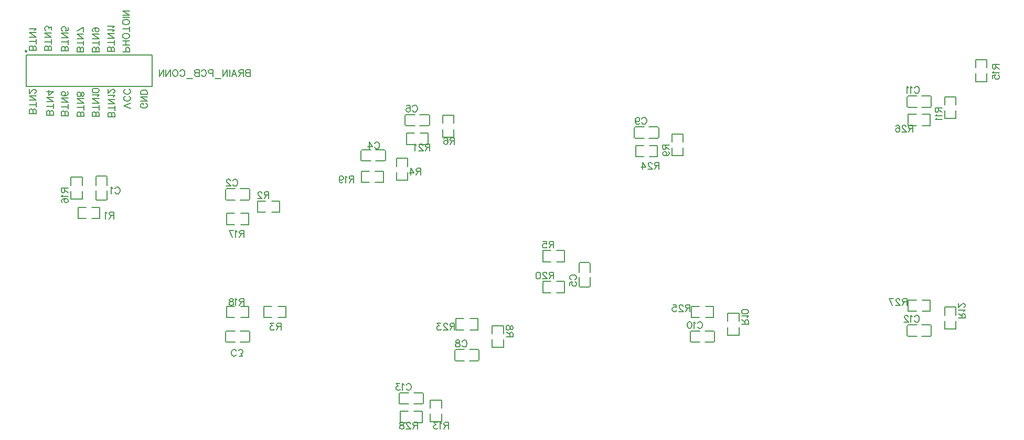
<source format=gbo>
G04 Layer: BottomSilkscreenLayer*
G04 EasyEDA v6.5.38, 2023-12-04 19:03:53*
G04 b5bff3c8101f4f8dbc120533c369a027,9f3f2715377c499da2f37e4e16011465,10*
G04 Gerber Generator version 0.2*
G04 Scale: 100 percent, Rotated: No, Reflected: No *
G04 Dimensions in millimeters *
G04 leading zeros omitted , absolute positions ,4 integer and 5 decimal *
%FSLAX45Y45*%
%MOMM*%

%ADD10C,0.1524*%
%ADD11C,0.2032*%
%ADD12C,0.2540*%

%LPD*%
D10*
X5699988Y9315320D02*
G01*
X5699988Y9206217D01*
X5699988Y9315320D02*
G01*
X5653229Y9315320D01*
X5637644Y9310126D01*
X5632447Y9304929D01*
X5627253Y9294538D01*
X5627253Y9284147D01*
X5632447Y9273755D01*
X5637644Y9268561D01*
X5653229Y9263367D01*
X5699988Y9263367D01*
X5663620Y9263367D02*
G01*
X5627253Y9206217D01*
X5592963Y9294538D02*
G01*
X5582572Y9299735D01*
X5566984Y9315320D01*
X5566984Y9206217D01*
X5459958Y9315320D02*
G01*
X5511914Y9206217D01*
X5532694Y9315320D02*
G01*
X5459958Y9315320D01*
X2346012Y12226607D02*
G01*
X2236909Y12226607D01*
X2346012Y12226607D02*
G01*
X2346012Y12273366D01*
X2340818Y12288951D01*
X2335621Y12294148D01*
X2325230Y12299342D01*
X2314839Y12299342D01*
X2304448Y12294148D01*
X2299253Y12288951D01*
X2294059Y12273366D01*
X2294059Y12226607D02*
G01*
X2294059Y12273366D01*
X2288862Y12288951D01*
X2283668Y12294148D01*
X2273277Y12299342D01*
X2257689Y12299342D01*
X2247298Y12294148D01*
X2242103Y12288951D01*
X2236909Y12273366D01*
X2236909Y12226607D01*
X2346012Y12370003D02*
G01*
X2236909Y12370003D01*
X2346012Y12333632D02*
G01*
X2346012Y12406370D01*
X2346012Y12440660D02*
G01*
X2236909Y12440660D01*
X2346012Y12440660D02*
G01*
X2236909Y12513396D01*
X2346012Y12513396D02*
G01*
X2236909Y12513396D01*
X2325230Y12547686D02*
G01*
X2330427Y12558077D01*
X2346012Y12573662D01*
X2236909Y12573662D01*
X2593883Y12224575D02*
G01*
X2484780Y12224575D01*
X2593883Y12224575D02*
G01*
X2593883Y12271334D01*
X2588689Y12286919D01*
X2583492Y12292116D01*
X2573101Y12297310D01*
X2562710Y12297310D01*
X2552318Y12292116D01*
X2547124Y12286919D01*
X2541930Y12271334D01*
X2541930Y12224575D02*
G01*
X2541930Y12271334D01*
X2536733Y12286919D01*
X2531539Y12292116D01*
X2521148Y12297310D01*
X2505560Y12297310D01*
X2495168Y12292116D01*
X2489974Y12286919D01*
X2484780Y12271334D01*
X2484780Y12224575D01*
X2593883Y12367971D02*
G01*
X2484780Y12367971D01*
X2593883Y12331600D02*
G01*
X2593883Y12404338D01*
X2593883Y12438628D02*
G01*
X2484780Y12438628D01*
X2593883Y12438628D02*
G01*
X2484780Y12511364D01*
X2593883Y12511364D02*
G01*
X2484780Y12511364D01*
X2593883Y12556045D02*
G01*
X2593883Y12613195D01*
X2552318Y12582022D01*
X2552318Y12597610D01*
X2547124Y12608001D01*
X2541930Y12613195D01*
X2526342Y12618389D01*
X2515951Y12618389D01*
X2500365Y12613195D01*
X2489974Y12602804D01*
X2484780Y12587218D01*
X2484780Y12571630D01*
X2489974Y12556045D01*
X2495168Y12550851D01*
X2505560Y12545654D01*
X2865003Y12217615D02*
G01*
X2755900Y12217615D01*
X2865003Y12217615D02*
G01*
X2865003Y12264374D01*
X2859808Y12279960D01*
X2854612Y12285157D01*
X2844220Y12290351D01*
X2833829Y12290351D01*
X2823438Y12285157D01*
X2818244Y12279960D01*
X2813050Y12264374D01*
X2813050Y12217615D02*
G01*
X2813050Y12264374D01*
X2807853Y12279960D01*
X2802658Y12285157D01*
X2792267Y12290351D01*
X2776679Y12290351D01*
X2766288Y12285157D01*
X2761094Y12279960D01*
X2755900Y12264374D01*
X2755900Y12217615D01*
X2865003Y12361011D02*
G01*
X2755900Y12361011D01*
X2865003Y12324641D02*
G01*
X2865003Y12397379D01*
X2865003Y12431669D02*
G01*
X2755900Y12431669D01*
X2865003Y12431669D02*
G01*
X2755900Y12504404D01*
X2865003Y12504404D02*
G01*
X2755900Y12504404D01*
X2865003Y12601041D02*
G01*
X2865003Y12549085D01*
X2818244Y12543891D01*
X2823438Y12549085D01*
X2828635Y12564671D01*
X2828635Y12580259D01*
X2823438Y12595844D01*
X2813050Y12606235D01*
X2797462Y12611430D01*
X2787070Y12611430D01*
X2771485Y12606235D01*
X2761094Y12595844D01*
X2755900Y12580259D01*
X2755900Y12564671D01*
X2761094Y12549085D01*
X2766288Y12543891D01*
X2776679Y12538694D01*
X3114014Y12204067D02*
G01*
X3004911Y12204067D01*
X3114014Y12204067D02*
G01*
X3114014Y12250826D01*
X3108820Y12266411D01*
X3103623Y12271608D01*
X3093232Y12276802D01*
X3082841Y12276802D01*
X3072450Y12271608D01*
X3067255Y12266411D01*
X3062061Y12250826D01*
X3062061Y12204067D02*
G01*
X3062061Y12250826D01*
X3056864Y12266411D01*
X3051670Y12271608D01*
X3041279Y12276802D01*
X3025691Y12276802D01*
X3015300Y12271608D01*
X3010105Y12266411D01*
X3004911Y12250826D01*
X3004911Y12204067D01*
X3114014Y12347463D02*
G01*
X3004911Y12347463D01*
X3114014Y12311092D02*
G01*
X3114014Y12383830D01*
X3114014Y12418120D02*
G01*
X3004911Y12418120D01*
X3114014Y12418120D02*
G01*
X3004911Y12490856D01*
X3114014Y12490856D02*
G01*
X3004911Y12490856D01*
X3114014Y12597881D02*
G01*
X3004911Y12545928D01*
X3114014Y12525146D02*
G01*
X3114014Y12597881D01*
X3364814Y12204070D02*
G01*
X3255711Y12204070D01*
X3364814Y12204070D02*
G01*
X3364814Y12250828D01*
X3359619Y12266414D01*
X3354423Y12271611D01*
X3344031Y12276805D01*
X3333640Y12276805D01*
X3323249Y12271611D01*
X3318055Y12266414D01*
X3312861Y12250828D01*
X3312861Y12204070D02*
G01*
X3312861Y12250828D01*
X3307664Y12266414D01*
X3302469Y12271611D01*
X3292078Y12276805D01*
X3276490Y12276805D01*
X3266099Y12271611D01*
X3260905Y12266414D01*
X3255711Y12250828D01*
X3255711Y12204070D01*
X3364814Y12347465D02*
G01*
X3255711Y12347465D01*
X3364814Y12311095D02*
G01*
X3364814Y12383833D01*
X3364814Y12418123D02*
G01*
X3255711Y12418123D01*
X3364814Y12418123D02*
G01*
X3255711Y12490858D01*
X3364814Y12490858D02*
G01*
X3255711Y12490858D01*
X3328446Y12592690D02*
G01*
X3312861Y12587495D01*
X3302469Y12577104D01*
X3297273Y12561516D01*
X3297273Y12556322D01*
X3302469Y12540734D01*
X3312861Y12530345D01*
X3328446Y12525148D01*
X3333640Y12525148D01*
X3349228Y12530345D01*
X3359619Y12540734D01*
X3364814Y12556322D01*
X3364814Y12561516D01*
X3359619Y12577104D01*
X3349228Y12587495D01*
X3328446Y12592690D01*
X3302469Y12592690D01*
X3276490Y12587495D01*
X3260905Y12577104D01*
X3255711Y12561516D01*
X3255711Y12551125D01*
X3260905Y12535540D01*
X3271296Y12530345D01*
X3607424Y12209241D02*
G01*
X3498321Y12209241D01*
X3607424Y12209241D02*
G01*
X3607424Y12256000D01*
X3602230Y12271585D01*
X3597033Y12276782D01*
X3586642Y12281976D01*
X3576251Y12281976D01*
X3565860Y12276782D01*
X3560665Y12271585D01*
X3555471Y12256000D01*
X3555471Y12209241D02*
G01*
X3555471Y12256000D01*
X3550274Y12271585D01*
X3545080Y12276782D01*
X3534689Y12281976D01*
X3519101Y12281976D01*
X3508710Y12276782D01*
X3503515Y12271585D01*
X3498321Y12256000D01*
X3498321Y12209241D01*
X3607424Y12352637D02*
G01*
X3498321Y12352637D01*
X3607424Y12316266D02*
G01*
X3607424Y12389004D01*
X3607424Y12423294D02*
G01*
X3498321Y12423294D01*
X3607424Y12423294D02*
G01*
X3498321Y12496030D01*
X3607424Y12496030D02*
G01*
X3498321Y12496030D01*
X3586642Y12530320D02*
G01*
X3591839Y12540711D01*
X3607424Y12556296D01*
X3498321Y12556296D01*
X3586642Y12590586D02*
G01*
X3591839Y12600978D01*
X3607424Y12616566D01*
X3498321Y12616566D01*
X3851267Y12204070D02*
G01*
X3742164Y12204070D01*
X3851267Y12204070D02*
G01*
X3851267Y12250828D01*
X3846073Y12266414D01*
X3840876Y12271611D01*
X3830485Y12276805D01*
X3814899Y12276805D01*
X3804508Y12271611D01*
X3799314Y12266414D01*
X3794117Y12250828D01*
X3794117Y12204070D01*
X3851267Y12311095D02*
G01*
X3742164Y12311095D01*
X3851267Y12383833D02*
G01*
X3742164Y12383833D01*
X3799314Y12311095D02*
G01*
X3799314Y12383833D01*
X3851267Y12449294D02*
G01*
X3846073Y12438905D01*
X3835681Y12428514D01*
X3825290Y12423317D01*
X3809702Y12418123D01*
X3783726Y12418123D01*
X3768140Y12423317D01*
X3757749Y12428514D01*
X3747358Y12438905D01*
X3742164Y12449294D01*
X3742164Y12470076D01*
X3747358Y12480467D01*
X3757749Y12490858D01*
X3768140Y12496055D01*
X3783726Y12501250D01*
X3809702Y12501250D01*
X3825290Y12496055D01*
X3835681Y12490858D01*
X3846073Y12480467D01*
X3851267Y12470076D01*
X3851267Y12449294D01*
X3851267Y12571907D02*
G01*
X3742164Y12571907D01*
X3851267Y12535540D02*
G01*
X3851267Y12608275D01*
X3851267Y12673738D02*
G01*
X3846073Y12663347D01*
X3835681Y12652956D01*
X3825290Y12647762D01*
X3809702Y12642565D01*
X3783726Y12642565D01*
X3768140Y12647762D01*
X3757749Y12652956D01*
X3747358Y12663347D01*
X3742164Y12673738D01*
X3742164Y12694521D01*
X3747358Y12704912D01*
X3757749Y12715303D01*
X3768140Y12720497D01*
X3783726Y12725694D01*
X3809702Y12725694D01*
X3825290Y12720497D01*
X3835681Y12715303D01*
X3846073Y12704912D01*
X3851267Y12694521D01*
X3851267Y12673738D01*
X3851267Y12759984D02*
G01*
X3742164Y12759984D01*
X3851267Y12794274D02*
G01*
X3742164Y12794274D01*
X3851267Y12794274D02*
G01*
X3742164Y12867010D01*
X3851267Y12867010D02*
G01*
X3742164Y12867010D01*
X2345339Y11207925D02*
G01*
X2236236Y11207925D01*
X2345339Y11207925D02*
G01*
X2345339Y11254684D01*
X2340145Y11270269D01*
X2334948Y11275466D01*
X2324557Y11280660D01*
X2314166Y11280660D01*
X2303774Y11275466D01*
X2298580Y11270269D01*
X2293386Y11254684D01*
X2293386Y11207925D02*
G01*
X2293386Y11254684D01*
X2288189Y11270269D01*
X2282995Y11275466D01*
X2272604Y11280660D01*
X2257016Y11280660D01*
X2246624Y11275466D01*
X2241430Y11270269D01*
X2236236Y11254684D01*
X2236236Y11207925D01*
X2345339Y11351320D02*
G01*
X2236236Y11351320D01*
X2345339Y11314950D02*
G01*
X2345339Y11387688D01*
X2345339Y11421978D02*
G01*
X2236236Y11421978D01*
X2345339Y11421978D02*
G01*
X2236236Y11494714D01*
X2345339Y11494714D02*
G01*
X2236236Y11494714D01*
X2319362Y11534200D02*
G01*
X2324557Y11534200D01*
X2334948Y11539395D01*
X2340145Y11544589D01*
X2345339Y11554980D01*
X2345339Y11575762D01*
X2340145Y11586154D01*
X2334948Y11591350D01*
X2324557Y11596545D01*
X2314166Y11596545D01*
X2303774Y11591350D01*
X2288189Y11580959D01*
X2236236Y11529004D01*
X2236236Y11601739D01*
X2624274Y11182433D02*
G01*
X2515171Y11182433D01*
X2624274Y11182433D02*
G01*
X2624274Y11229192D01*
X2619080Y11244778D01*
X2613883Y11249974D01*
X2603492Y11255169D01*
X2593101Y11255169D01*
X2582710Y11249974D01*
X2577515Y11244778D01*
X2572321Y11229192D01*
X2572321Y11182433D02*
G01*
X2572321Y11229192D01*
X2567124Y11244778D01*
X2561930Y11249974D01*
X2551539Y11255169D01*
X2535951Y11255169D01*
X2525560Y11249974D01*
X2520365Y11244778D01*
X2515171Y11229192D01*
X2515171Y11182433D01*
X2624274Y11325829D02*
G01*
X2515171Y11325829D01*
X2624274Y11289459D02*
G01*
X2624274Y11362197D01*
X2624274Y11396487D02*
G01*
X2515171Y11396487D01*
X2624274Y11396487D02*
G01*
X2515171Y11469222D01*
X2624274Y11469222D02*
G01*
X2515171Y11469222D01*
X2624274Y11555468D02*
G01*
X2551539Y11503512D01*
X2551539Y11581444D01*
X2624274Y11555468D02*
G01*
X2515171Y11555468D01*
X2862747Y11173495D02*
G01*
X2753644Y11173495D01*
X2862747Y11173495D02*
G01*
X2862747Y11220254D01*
X2857553Y11235839D01*
X2852356Y11241036D01*
X2841965Y11246230D01*
X2831574Y11246230D01*
X2821183Y11241036D01*
X2815988Y11235839D01*
X2810794Y11220254D01*
X2810794Y11173495D02*
G01*
X2810794Y11220254D01*
X2805597Y11235839D01*
X2800403Y11241036D01*
X2790012Y11246230D01*
X2774424Y11246230D01*
X2764033Y11241036D01*
X2758838Y11235839D01*
X2753644Y11220254D01*
X2753644Y11173495D01*
X2862747Y11316891D02*
G01*
X2753644Y11316891D01*
X2862747Y11280520D02*
G01*
X2862747Y11353258D01*
X2862747Y11387548D02*
G01*
X2753644Y11387548D01*
X2862747Y11387548D02*
G01*
X2753644Y11460284D01*
X2862747Y11460284D02*
G01*
X2753644Y11460284D01*
X2847162Y11556921D02*
G01*
X2857553Y11551724D01*
X2862747Y11536138D01*
X2862747Y11525747D01*
X2857553Y11510159D01*
X2841965Y11499771D01*
X2815988Y11494574D01*
X2790012Y11494574D01*
X2769229Y11499771D01*
X2758838Y11510159D01*
X2753644Y11525747D01*
X2753644Y11530942D01*
X2758838Y11546530D01*
X2769229Y11556921D01*
X2784815Y11562115D01*
X2790012Y11562115D01*
X2805597Y11556921D01*
X2815988Y11546530D01*
X2821183Y11530942D01*
X2821183Y11525747D01*
X2815988Y11510159D01*
X2805597Y11499771D01*
X2790012Y11494574D01*
X3118718Y11158915D02*
G01*
X3009615Y11158915D01*
X3118718Y11158915D02*
G01*
X3118718Y11205674D01*
X3113524Y11221260D01*
X3108327Y11226457D01*
X3097936Y11231651D01*
X3087545Y11231651D01*
X3077154Y11226457D01*
X3071959Y11221260D01*
X3066765Y11205674D01*
X3066765Y11158915D02*
G01*
X3066765Y11205674D01*
X3061568Y11221260D01*
X3056374Y11226457D01*
X3045983Y11231651D01*
X3030395Y11231651D01*
X3020004Y11226457D01*
X3014809Y11221260D01*
X3009615Y11205674D01*
X3009615Y11158915D01*
X3118718Y11302311D02*
G01*
X3009615Y11302311D01*
X3118718Y11265941D02*
G01*
X3118718Y11338679D01*
X3118718Y11372969D02*
G01*
X3009615Y11372969D01*
X3118718Y11372969D02*
G01*
X3009615Y11445704D01*
X3118718Y11445704D02*
G01*
X3009615Y11445704D01*
X3118718Y11505971D02*
G01*
X3113524Y11490385D01*
X3103133Y11485191D01*
X3092742Y11485191D01*
X3082350Y11490385D01*
X3077154Y11500777D01*
X3071959Y11521559D01*
X3066765Y11537144D01*
X3056374Y11547535D01*
X3045983Y11552730D01*
X3030395Y11552730D01*
X3020004Y11547535D01*
X3014809Y11542341D01*
X3009615Y11526753D01*
X3009615Y11505971D01*
X3014809Y11490385D01*
X3020004Y11485191D01*
X3030395Y11479994D01*
X3045983Y11479994D01*
X3056374Y11485191D01*
X3066765Y11495580D01*
X3071959Y11511168D01*
X3077154Y11531950D01*
X3082350Y11542341D01*
X3092742Y11547535D01*
X3103133Y11547535D01*
X3113524Y11542341D01*
X3118718Y11526753D01*
X3118718Y11505971D01*
X3362180Y11159949D02*
G01*
X3253077Y11159949D01*
X3362180Y11159949D02*
G01*
X3362180Y11206708D01*
X3356985Y11222294D01*
X3351789Y11227490D01*
X3341397Y11232685D01*
X3331006Y11232685D01*
X3320615Y11227490D01*
X3315421Y11222294D01*
X3310227Y11206708D01*
X3310227Y11159949D02*
G01*
X3310227Y11206708D01*
X3305030Y11222294D01*
X3299835Y11227490D01*
X3289444Y11232685D01*
X3273856Y11232685D01*
X3263465Y11227490D01*
X3258271Y11222294D01*
X3253077Y11206708D01*
X3253077Y11159949D01*
X3362180Y11303345D02*
G01*
X3253077Y11303345D01*
X3362180Y11266975D02*
G01*
X3362180Y11339713D01*
X3362180Y11374003D02*
G01*
X3253077Y11374003D01*
X3362180Y11374003D02*
G01*
X3253077Y11446738D01*
X3362180Y11446738D02*
G01*
X3253077Y11446738D01*
X3341397Y11481028D02*
G01*
X3346594Y11491419D01*
X3362180Y11507005D01*
X3253077Y11507005D01*
X3362180Y11572468D02*
G01*
X3356985Y11556883D01*
X3341397Y11546492D01*
X3315421Y11541295D01*
X3299835Y11541295D01*
X3273856Y11546492D01*
X3258271Y11556883D01*
X3253077Y11572468D01*
X3253077Y11582859D01*
X3258271Y11598445D01*
X3273856Y11608836D01*
X3299835Y11614033D01*
X3315421Y11614033D01*
X3341397Y11608836D01*
X3356985Y11598445D01*
X3362180Y11582859D01*
X3362180Y11572468D01*
X3615331Y11149977D02*
G01*
X3506228Y11149977D01*
X3615331Y11149977D02*
G01*
X3615331Y11196736D01*
X3610137Y11212321D01*
X3604940Y11217518D01*
X3594549Y11222713D01*
X3584158Y11222713D01*
X3573767Y11217518D01*
X3568572Y11212321D01*
X3563378Y11196736D01*
X3563378Y11149977D02*
G01*
X3563378Y11196736D01*
X3558181Y11212321D01*
X3552987Y11217518D01*
X3542596Y11222713D01*
X3527008Y11222713D01*
X3516617Y11217518D01*
X3511422Y11212321D01*
X3506228Y11196736D01*
X3506228Y11149977D01*
X3615331Y11293373D02*
G01*
X3506228Y11293373D01*
X3615331Y11257003D02*
G01*
X3615331Y11329741D01*
X3615331Y11364031D02*
G01*
X3506228Y11364031D01*
X3615331Y11364031D02*
G01*
X3506228Y11436766D01*
X3615331Y11436766D02*
G01*
X3506228Y11436766D01*
X3594549Y11471056D02*
G01*
X3599746Y11481447D01*
X3615331Y11497033D01*
X3506228Y11497033D01*
X3589355Y11536519D02*
G01*
X3594549Y11536519D01*
X3604940Y11541714D01*
X3610137Y11546911D01*
X3615331Y11557302D01*
X3615331Y11578081D01*
X3610137Y11588473D01*
X3604940Y11593669D01*
X3594549Y11598864D01*
X3584158Y11598864D01*
X3573767Y11593669D01*
X3558181Y11583278D01*
X3506228Y11531323D01*
X3506228Y11604061D01*
X3869519Y11290617D02*
G01*
X3760416Y11332182D01*
X3869519Y11373744D02*
G01*
X3760416Y11332182D01*
X3843543Y11485966D02*
G01*
X3853934Y11480772D01*
X3864325Y11470380D01*
X3869519Y11459989D01*
X3869519Y11439207D01*
X3864325Y11428816D01*
X3853934Y11418425D01*
X3843543Y11413230D01*
X3827955Y11408034D01*
X3801978Y11408034D01*
X3786393Y11413230D01*
X3776002Y11418425D01*
X3765610Y11428816D01*
X3760416Y11439207D01*
X3760416Y11459989D01*
X3765610Y11470380D01*
X3776002Y11480772D01*
X3786393Y11485966D01*
X3843543Y11598188D02*
G01*
X3853934Y11592991D01*
X3864325Y11582603D01*
X3869519Y11572212D01*
X3869519Y11551429D01*
X3864325Y11541038D01*
X3853934Y11530647D01*
X3843543Y11525453D01*
X3827955Y11520256D01*
X3801978Y11520256D01*
X3786393Y11525453D01*
X3776002Y11530647D01*
X3765610Y11541038D01*
X3760416Y11551429D01*
X3760416Y11572212D01*
X3765610Y11582603D01*
X3776002Y11592991D01*
X3786393Y11598188D01*
X4114749Y11372027D02*
G01*
X4125140Y11366830D01*
X4135531Y11356439D01*
X4140725Y11346050D01*
X4140725Y11325268D01*
X4135531Y11314877D01*
X4125140Y11304485D01*
X4114749Y11299289D01*
X4099161Y11294094D01*
X4073184Y11294094D01*
X4057599Y11299289D01*
X4047208Y11304485D01*
X4036816Y11314877D01*
X4031622Y11325268D01*
X4031622Y11346050D01*
X4036816Y11356439D01*
X4047208Y11366830D01*
X4057599Y11372027D01*
X4073184Y11372027D01*
X4073184Y11346050D02*
G01*
X4073184Y11372027D01*
X4140725Y11406317D02*
G01*
X4031622Y11406317D01*
X4140725Y11406317D02*
G01*
X4031622Y11479052D01*
X4140725Y11479052D02*
G01*
X4031622Y11479052D01*
X4140725Y11513342D02*
G01*
X4031622Y11513342D01*
X4140725Y11513342D02*
G01*
X4140725Y11549710D01*
X4135531Y11565298D01*
X4125140Y11575689D01*
X4114749Y11580883D01*
X4099161Y11586080D01*
X4073184Y11586080D01*
X4057599Y11580883D01*
X4047208Y11575689D01*
X4036816Y11565298D01*
X4031622Y11549710D01*
X4031622Y11513342D01*
X3622014Y9989388D02*
G01*
X3627348Y9999802D01*
X3637762Y10010216D01*
X3647922Y10015296D01*
X3668750Y10015296D01*
X3679164Y10010216D01*
X3689578Y9999802D01*
X3694912Y9989388D01*
X3699992Y9973640D01*
X3699992Y9947732D01*
X3694912Y9932238D01*
X3689578Y9921824D01*
X3679164Y9911410D01*
X3668750Y9906330D01*
X3647922Y9906330D01*
X3637762Y9911410D01*
X3627348Y9921824D01*
X3622014Y9932238D01*
X3587724Y9994468D02*
G01*
X3577310Y9999802D01*
X3561816Y10015296D01*
X3561816Y9906330D01*
X5522010Y10116388D02*
G01*
X5527344Y10126802D01*
X5537758Y10137216D01*
X5547918Y10142296D01*
X5568746Y10142296D01*
X5579160Y10137216D01*
X5589574Y10126802D01*
X5594908Y10116388D01*
X5599988Y10100640D01*
X5599988Y10074732D01*
X5594908Y10059238D01*
X5589574Y10048824D01*
X5579160Y10038410D01*
X5568746Y10033330D01*
X5547918Y10033330D01*
X5537758Y10038410D01*
X5527344Y10048824D01*
X5522010Y10059238D01*
X5482640Y10116388D02*
G01*
X5482640Y10121468D01*
X5477306Y10131882D01*
X5472226Y10137216D01*
X5461812Y10142296D01*
X5440984Y10142296D01*
X5430570Y10137216D01*
X5425490Y10131882D01*
X5420156Y10121468D01*
X5420156Y10111054D01*
X5425490Y10100640D01*
X5435904Y10085146D01*
X5487720Y10033330D01*
X5415076Y10033330D01*
X5577966Y7310577D02*
G01*
X5572633Y7300163D01*
X5562218Y7289749D01*
X5552059Y7284669D01*
X5531231Y7284669D01*
X5520816Y7289749D01*
X5510402Y7300163D01*
X5505068Y7310577D01*
X5499988Y7326325D01*
X5499988Y7352233D01*
X5505068Y7367727D01*
X5510402Y7378141D01*
X5520816Y7388555D01*
X5531231Y7393635D01*
X5552059Y7393635D01*
X5562218Y7388555D01*
X5572633Y7378141D01*
X5577966Y7367727D01*
X5622670Y7284669D02*
G01*
X5679820Y7284669D01*
X5648579Y7326325D01*
X5664072Y7326325D01*
X5674486Y7331405D01*
X5679820Y7336485D01*
X5684900Y7352233D01*
X5684900Y7362647D01*
X5679820Y7378141D01*
X5669406Y7388555D01*
X5653659Y7393635D01*
X5638165Y7393635D01*
X5622670Y7388555D01*
X5617336Y7383475D01*
X5612256Y7373061D01*
X7808645Y10718266D02*
G01*
X7813979Y10728680D01*
X7824393Y10739094D01*
X7834553Y10744174D01*
X7855381Y10744174D01*
X7865795Y10739094D01*
X7876209Y10728680D01*
X7881543Y10718266D01*
X7886623Y10702518D01*
X7886623Y10676610D01*
X7881543Y10661116D01*
X7876209Y10650702D01*
X7865795Y10640288D01*
X7855381Y10635208D01*
X7834553Y10635208D01*
X7824393Y10640288D01*
X7813979Y10650702D01*
X7808645Y10661116D01*
X7722539Y10744174D02*
G01*
X7774355Y10671530D01*
X7696377Y10671530D01*
X7722539Y10744174D02*
G01*
X7722539Y10635208D01*
X10983569Y8522004D02*
G01*
X10973155Y8527338D01*
X10962741Y8537752D01*
X10957661Y8547912D01*
X10957661Y8568740D01*
X10962741Y8579154D01*
X10973155Y8589568D01*
X10983569Y8594902D01*
X10999317Y8599982D01*
X11025225Y8599982D01*
X11040719Y8594902D01*
X11051133Y8589568D01*
X11061547Y8579154D01*
X11066627Y8568740D01*
X11066627Y8547912D01*
X11061547Y8537752D01*
X11051133Y8527338D01*
X11040719Y8522004D01*
X10957661Y8425484D02*
G01*
X10957661Y8477300D01*
X11004397Y8482634D01*
X10999317Y8477300D01*
X10993983Y8461806D01*
X10993983Y8446312D01*
X10999317Y8430564D01*
X11009477Y8420150D01*
X11025225Y8415070D01*
X11035639Y8415070D01*
X11051133Y8420150D01*
X11061547Y8430564D01*
X11066627Y8446312D01*
X11066627Y8461806D01*
X11061547Y8477300D01*
X11056467Y8482634D01*
X11046053Y8487714D01*
X8422004Y11316385D02*
G01*
X8427338Y11326799D01*
X8437752Y11337213D01*
X8447913Y11342293D01*
X8468740Y11342293D01*
X8479154Y11337213D01*
X8489568Y11326799D01*
X8494902Y11316385D01*
X8499983Y11300637D01*
X8499983Y11274729D01*
X8494902Y11259235D01*
X8489568Y11248821D01*
X8479154Y11238407D01*
X8468740Y11233327D01*
X8447913Y11233327D01*
X8437752Y11238407D01*
X8427338Y11248821D01*
X8422004Y11259235D01*
X8325484Y11326799D02*
G01*
X8330565Y11337213D01*
X8346313Y11342293D01*
X8356472Y11342293D01*
X8372220Y11337213D01*
X8382634Y11321465D01*
X8387715Y11295557D01*
X8387715Y11269649D01*
X8382634Y11248821D01*
X8372220Y11238407D01*
X8356472Y11233327D01*
X8351393Y11233327D01*
X8335899Y11238407D01*
X8325484Y11248821D01*
X8320150Y11264315D01*
X8320150Y11269649D01*
X8325484Y11285143D01*
X8335899Y11295557D01*
X8351393Y11300637D01*
X8356472Y11300637D01*
X8372220Y11295557D01*
X8382634Y11285143D01*
X8387715Y11269649D01*
X9222003Y7516393D02*
G01*
X9227337Y7526807D01*
X9237751Y7537221D01*
X9247911Y7542301D01*
X9268739Y7542301D01*
X9279153Y7537221D01*
X9289567Y7526807D01*
X9294901Y7516393D01*
X9299981Y7500645D01*
X9299981Y7474737D01*
X9294901Y7459243D01*
X9289567Y7448829D01*
X9279153Y7438415D01*
X9268739Y7433335D01*
X9247911Y7433335D01*
X9237751Y7438415D01*
X9227337Y7448829D01*
X9222003Y7459243D01*
X9161805Y7542301D02*
G01*
X9177299Y7537221D01*
X9182633Y7526807D01*
X9182633Y7516393D01*
X9177299Y7505979D01*
X9166885Y7500645D01*
X9146311Y7495565D01*
X9130563Y7490485D01*
X9120149Y7480071D01*
X9115069Y7469657D01*
X9115069Y7453909D01*
X9120149Y7443495D01*
X9125483Y7438415D01*
X9140977Y7433335D01*
X9161805Y7433335D01*
X9177299Y7438415D01*
X9182633Y7443495D01*
X9187713Y7453909D01*
X9187713Y7469657D01*
X9182633Y7480071D01*
X9172219Y7490485D01*
X9156471Y7495565D01*
X9135897Y7500645D01*
X9125483Y7505979D01*
X9120149Y7516393D01*
X9120149Y7526807D01*
X9125483Y7537221D01*
X9140977Y7542301D01*
X9161805Y7542301D01*
X12121997Y11116386D02*
G01*
X12127331Y11126800D01*
X12137745Y11137214D01*
X12147905Y11142294D01*
X12168733Y11142294D01*
X12179147Y11137214D01*
X12189561Y11126800D01*
X12194895Y11116386D01*
X12199975Y11100638D01*
X12199975Y11074730D01*
X12194895Y11059236D01*
X12189561Y11048822D01*
X12179147Y11038408D01*
X12168733Y11033328D01*
X12147905Y11033328D01*
X12137745Y11038408D01*
X12127331Y11048822D01*
X12121997Y11059236D01*
X12020143Y11105972D02*
G01*
X12025477Y11090478D01*
X12035891Y11080064D01*
X12051385Y11074730D01*
X12056465Y11074730D01*
X12072213Y11080064D01*
X12082627Y11090478D01*
X12087707Y11105972D01*
X12087707Y11111052D01*
X12082627Y11126800D01*
X12072213Y11137214D01*
X12056465Y11142294D01*
X12051385Y11142294D01*
X12035891Y11137214D01*
X12025477Y11126800D01*
X12020143Y11105972D01*
X12020143Y11080064D01*
X12025477Y11053902D01*
X12035891Y11038408D01*
X12051385Y11033328D01*
X12061799Y11033328D01*
X12077293Y11038408D01*
X12082627Y11048822D01*
X13021995Y7816392D02*
G01*
X13027329Y7826806D01*
X13037743Y7837220D01*
X13047903Y7842300D01*
X13068731Y7842300D01*
X13079145Y7837220D01*
X13089559Y7826806D01*
X13094893Y7816392D01*
X13099973Y7800644D01*
X13099973Y7774736D01*
X13094893Y7759242D01*
X13089559Y7748828D01*
X13079145Y7738414D01*
X13068731Y7733334D01*
X13047903Y7733334D01*
X13037743Y7738414D01*
X13027329Y7748828D01*
X13021995Y7759242D01*
X12987705Y7821472D02*
G01*
X12977291Y7826806D01*
X12961797Y7842300D01*
X12961797Y7733334D01*
X12896265Y7842300D02*
G01*
X12912013Y7837220D01*
X12922173Y7821472D01*
X12927507Y7795564D01*
X12927507Y7780070D01*
X12922173Y7753908D01*
X12912013Y7738414D01*
X12896265Y7733334D01*
X12885851Y7733334D01*
X12870357Y7738414D01*
X12859943Y7753908D01*
X12854863Y7780070D01*
X12854863Y7795564D01*
X12859943Y7821472D01*
X12870357Y7837220D01*
X12885851Y7842300D01*
X12896265Y7842300D01*
X16521988Y11616385D02*
G01*
X16527322Y11626799D01*
X16537736Y11637213D01*
X16547896Y11642293D01*
X16568724Y11642293D01*
X16579138Y11637213D01*
X16589552Y11626799D01*
X16594886Y11616385D01*
X16599966Y11600637D01*
X16599966Y11574729D01*
X16594886Y11559235D01*
X16589552Y11548821D01*
X16579138Y11538407D01*
X16568724Y11533327D01*
X16547896Y11533327D01*
X16537736Y11538407D01*
X16527322Y11548821D01*
X16521988Y11559235D01*
X16487698Y11621465D02*
G01*
X16477284Y11626799D01*
X16461790Y11642293D01*
X16461790Y11533327D01*
X16427500Y11621465D02*
G01*
X16417086Y11626799D01*
X16401592Y11642293D01*
X16401592Y11533327D01*
X16521988Y7916392D02*
G01*
X16527322Y7926806D01*
X16537736Y7937220D01*
X16547896Y7942300D01*
X16568724Y7942300D01*
X16579138Y7937220D01*
X16589552Y7926806D01*
X16594886Y7916392D01*
X16599966Y7900644D01*
X16599966Y7874736D01*
X16594886Y7859242D01*
X16589552Y7848828D01*
X16579138Y7838414D01*
X16568724Y7833334D01*
X16547896Y7833334D01*
X16537736Y7838414D01*
X16527322Y7848828D01*
X16521988Y7859242D01*
X16487698Y7921472D02*
G01*
X16477284Y7926806D01*
X16461790Y7942300D01*
X16461790Y7833334D01*
X16422166Y7916392D02*
G01*
X16422166Y7921472D01*
X16417086Y7931886D01*
X16412006Y7937220D01*
X16401592Y7942300D01*
X16380764Y7942300D01*
X16370350Y7937220D01*
X16365016Y7931886D01*
X16359936Y7921472D01*
X16359936Y7911058D01*
X16365016Y7900644D01*
X16375430Y7885150D01*
X16427500Y7833334D01*
X16354856Y7833334D01*
X8322005Y6816394D02*
G01*
X8327339Y6826808D01*
X8337753Y6837222D01*
X8347913Y6842302D01*
X8368741Y6842302D01*
X8379155Y6837222D01*
X8389569Y6826808D01*
X8394903Y6816394D01*
X8399983Y6800646D01*
X8399983Y6774738D01*
X8394903Y6759244D01*
X8389569Y6748830D01*
X8379155Y6738416D01*
X8368741Y6733336D01*
X8347913Y6733336D01*
X8337753Y6738416D01*
X8327339Y6748830D01*
X8322005Y6759244D01*
X8287715Y6821474D02*
G01*
X8277301Y6826808D01*
X8261807Y6842302D01*
X8261807Y6733336D01*
X8217103Y6842302D02*
G01*
X8159953Y6842302D01*
X8191195Y6800646D01*
X8175447Y6800646D01*
X8165033Y6795566D01*
X8159953Y6790486D01*
X8154873Y6774738D01*
X8154873Y6764324D01*
X8159953Y6748830D01*
X8170367Y6738416D01*
X8185861Y6733336D01*
X8201609Y6733336D01*
X8217103Y6738416D01*
X8222183Y6743496D01*
X8227517Y6753910D01*
X5799988Y11915315D02*
G01*
X5799988Y11806212D01*
X5799988Y11915315D02*
G01*
X5753229Y11915315D01*
X5737644Y11910120D01*
X5732447Y11904924D01*
X5727252Y11894532D01*
X5727252Y11884141D01*
X5732447Y11873750D01*
X5737644Y11868556D01*
X5753229Y11863362D01*
X5799988Y11863362D02*
G01*
X5753229Y11863362D01*
X5737644Y11858165D01*
X5732447Y11852970D01*
X5727252Y11842579D01*
X5727252Y11826991D01*
X5732447Y11816600D01*
X5737644Y11811406D01*
X5753229Y11806212D01*
X5799988Y11806212D01*
X5692962Y11915315D02*
G01*
X5692962Y11806212D01*
X5692962Y11915315D02*
G01*
X5646204Y11915315D01*
X5630616Y11910120D01*
X5625421Y11904924D01*
X5620224Y11894532D01*
X5620224Y11884141D01*
X5625421Y11873750D01*
X5630616Y11868556D01*
X5646204Y11863362D01*
X5692962Y11863362D01*
X5656592Y11863362D02*
G01*
X5620224Y11806212D01*
X5544372Y11915315D02*
G01*
X5585934Y11806212D01*
X5544372Y11915315D02*
G01*
X5502808Y11806212D01*
X5570349Y11842579D02*
G01*
X5518393Y11842579D01*
X5468518Y11915315D02*
G01*
X5468518Y11806212D01*
X5434228Y11915315D02*
G01*
X5434228Y11806212D01*
X5434228Y11915315D02*
G01*
X5361492Y11806212D01*
X5361492Y11915315D02*
G01*
X5361492Y11806212D01*
X5327202Y11769841D02*
G01*
X5233682Y11769841D01*
X5199392Y11915315D02*
G01*
X5199392Y11806212D01*
X5199392Y11915315D02*
G01*
X5152633Y11915315D01*
X5137048Y11910120D01*
X5131854Y11904924D01*
X5126657Y11894532D01*
X5126657Y11878947D01*
X5131854Y11868556D01*
X5137048Y11863362D01*
X5152633Y11858165D01*
X5199392Y11858165D01*
X5014434Y11889338D02*
G01*
X5019631Y11899729D01*
X5030022Y11910120D01*
X5040414Y11915315D01*
X5061193Y11915315D01*
X5071584Y11910120D01*
X5081976Y11899729D01*
X5087172Y11889338D01*
X5092367Y11873750D01*
X5092367Y11847774D01*
X5087172Y11832188D01*
X5081976Y11821797D01*
X5071584Y11811406D01*
X5061193Y11806212D01*
X5040414Y11806212D01*
X5030022Y11811406D01*
X5019631Y11821797D01*
X5014434Y11832188D01*
X4980144Y11915315D02*
G01*
X4980144Y11806212D01*
X4980144Y11915315D02*
G01*
X4933386Y11915315D01*
X4917800Y11910120D01*
X4912603Y11904924D01*
X4907409Y11894532D01*
X4907409Y11884141D01*
X4912603Y11873750D01*
X4917800Y11868556D01*
X4933386Y11863362D01*
X4980144Y11863362D02*
G01*
X4933386Y11863362D01*
X4917800Y11858165D01*
X4912603Y11852970D01*
X4907409Y11842579D01*
X4907409Y11826991D01*
X4912603Y11816600D01*
X4917800Y11811406D01*
X4933386Y11806212D01*
X4980144Y11806212D01*
X4873119Y11769841D02*
G01*
X4779601Y11769841D01*
X4667379Y11889338D02*
G01*
X4672573Y11899729D01*
X4682964Y11910120D01*
X4693356Y11915315D01*
X4714138Y11915315D01*
X4724529Y11910120D01*
X4734920Y11899729D01*
X4740114Y11889338D01*
X4745311Y11873750D01*
X4745311Y11847774D01*
X4740114Y11832188D01*
X4734920Y11821797D01*
X4724529Y11811406D01*
X4714138Y11806212D01*
X4693356Y11806212D01*
X4682964Y11811406D01*
X4672573Y11821797D01*
X4667379Y11832188D01*
X4601916Y11915315D02*
G01*
X4612307Y11910120D01*
X4622698Y11899729D01*
X4627892Y11889338D01*
X4633089Y11873750D01*
X4633089Y11847774D01*
X4627892Y11832188D01*
X4622698Y11821797D01*
X4612307Y11811406D01*
X4601916Y11806212D01*
X4581133Y11806212D01*
X4570742Y11811406D01*
X4560354Y11821797D01*
X4555157Y11832188D01*
X4549962Y11847774D01*
X4549962Y11873750D01*
X4555157Y11889338D01*
X4560354Y11899729D01*
X4570742Y11910120D01*
X4581133Y11915315D01*
X4601916Y11915315D01*
X4515672Y11915315D02*
G01*
X4515672Y11806212D01*
X4515672Y11915315D02*
G01*
X4442934Y11806212D01*
X4442934Y11915315D02*
G01*
X4442934Y11806212D01*
X4408644Y11915315D02*
G01*
X4408644Y11806212D01*
X4408644Y11915315D02*
G01*
X4335909Y11806212D01*
X4335909Y11915315D02*
G01*
X4335909Y11806212D01*
X3599992Y9615296D02*
G01*
X3599992Y9506330D01*
X3599992Y9615296D02*
G01*
X3553256Y9615296D01*
X3537762Y9610217D01*
X3532428Y9604883D01*
X3527348Y9594469D01*
X3527348Y9584054D01*
X3532428Y9573640D01*
X3537762Y9568561D01*
X3553256Y9563480D01*
X3599992Y9563480D01*
X3563670Y9563480D02*
G01*
X3527348Y9506330D01*
X3493058Y9594469D02*
G01*
X3482644Y9599803D01*
X3466896Y9615296D01*
X3466896Y9506330D01*
X6099987Y9942296D02*
G01*
X6099987Y9833330D01*
X6099987Y9942296D02*
G01*
X6053251Y9942296D01*
X6037757Y9937216D01*
X6032423Y9931882D01*
X6027343Y9921468D01*
X6027343Y9911054D01*
X6032423Y9900640D01*
X6037757Y9895560D01*
X6053251Y9890480D01*
X6099987Y9890480D01*
X6063665Y9890480D02*
G01*
X6027343Y9833330D01*
X5987719Y9916388D02*
G01*
X5987719Y9921468D01*
X5982639Y9931882D01*
X5977305Y9937216D01*
X5966891Y9942296D01*
X5946317Y9942296D01*
X5935903Y9937216D01*
X5930569Y9931882D01*
X5925489Y9921468D01*
X5925489Y9911054D01*
X5930569Y9900640D01*
X5940983Y9885146D01*
X5993053Y9833330D01*
X5920155Y9833330D01*
X6299987Y7815300D02*
G01*
X6299987Y7706334D01*
X6299987Y7815300D02*
G01*
X6253251Y7815300D01*
X6237757Y7810220D01*
X6232423Y7804886D01*
X6227343Y7794472D01*
X6227343Y7784058D01*
X6232423Y7773644D01*
X6237757Y7768564D01*
X6253251Y7763484D01*
X6299987Y7763484D01*
X6263665Y7763484D02*
G01*
X6227343Y7706334D01*
X6182639Y7815300D02*
G01*
X6125489Y7815300D01*
X6156477Y7773644D01*
X6140983Y7773644D01*
X6130569Y7768564D01*
X6125489Y7763484D01*
X6120155Y7747736D01*
X6120155Y7737322D01*
X6125489Y7721828D01*
X6135903Y7711414D01*
X6151397Y7706334D01*
X6166891Y7706334D01*
X6182639Y7711414D01*
X6187719Y7716494D01*
X6193053Y7726908D01*
X8552756Y10320467D02*
G01*
X8552756Y10211501D01*
X8552756Y10320467D02*
G01*
X8506020Y10320467D01*
X8490526Y10315387D01*
X8485192Y10310053D01*
X8480112Y10299639D01*
X8480112Y10289225D01*
X8485192Y10278811D01*
X8490526Y10273731D01*
X8506020Y10268651D01*
X8552756Y10268651D01*
X8516434Y10268651D02*
G01*
X8480112Y10211501D01*
X8393752Y10320467D02*
G01*
X8445822Y10247823D01*
X8367844Y10247823D01*
X8393752Y10320467D02*
G01*
X8393752Y10211501D01*
X10699978Y9142298D02*
G01*
X10699978Y9033332D01*
X10699978Y9142298D02*
G01*
X10653242Y9142298D01*
X10637748Y9137218D01*
X10632414Y9131884D01*
X10627334Y9121470D01*
X10627334Y9111056D01*
X10632414Y9100642D01*
X10637748Y9095562D01*
X10653242Y9090482D01*
X10699978Y9090482D01*
X10663656Y9090482D02*
G01*
X10627334Y9033332D01*
X10530560Y9142298D02*
G01*
X10582630Y9142298D01*
X10587710Y9095562D01*
X10582630Y9100642D01*
X10566882Y9105976D01*
X10551388Y9105976D01*
X10535894Y9100642D01*
X10525480Y9090482D01*
X10520146Y9074734D01*
X10520146Y9064320D01*
X10525480Y9048826D01*
X10535894Y9038412D01*
X10551388Y9033332D01*
X10566882Y9033332D01*
X10582630Y9038412D01*
X10587710Y9043492D01*
X10593044Y9053906D01*
X9099981Y10815294D02*
G01*
X9099981Y10706328D01*
X9099981Y10815294D02*
G01*
X9053245Y10815294D01*
X9037751Y10810214D01*
X9032417Y10804880D01*
X9027337Y10794466D01*
X9027337Y10784052D01*
X9032417Y10773638D01*
X9037751Y10768558D01*
X9053245Y10763478D01*
X9099981Y10763478D01*
X9063659Y10763478D02*
G01*
X9027337Y10706328D01*
X8930563Y10799800D02*
G01*
X8935897Y10810214D01*
X8951391Y10815294D01*
X8961805Y10815294D01*
X8977299Y10810214D01*
X8987713Y10794466D01*
X8993047Y10768558D01*
X8993047Y10742650D01*
X8987713Y10721822D01*
X8977299Y10711408D01*
X8961805Y10706328D01*
X8956471Y10706328D01*
X8940977Y10711408D01*
X8930563Y10721822D01*
X8925483Y10737316D01*
X8925483Y10742650D01*
X8930563Y10758144D01*
X8940977Y10768558D01*
X8956471Y10773638D01*
X8961805Y10773638D01*
X8977299Y10768558D01*
X8987713Y10758144D01*
X8993047Y10742650D01*
X10042296Y7599984D02*
G01*
X9933330Y7599984D01*
X10042296Y7599984D02*
G01*
X10042296Y7646720D01*
X10037216Y7662214D01*
X10031882Y7667548D01*
X10021468Y7672628D01*
X10011054Y7672628D01*
X10000640Y7667548D01*
X9995560Y7662214D01*
X9990480Y7646720D01*
X9990480Y7599984D01*
X9990480Y7636306D02*
G01*
X9933330Y7672628D01*
X10042296Y7733080D02*
G01*
X10037216Y7717332D01*
X10026802Y7712252D01*
X10016388Y7712252D01*
X10005974Y7717332D01*
X10000640Y7727746D01*
X9995560Y7748574D01*
X9990480Y7764068D01*
X9980066Y7774482D01*
X9969652Y7779816D01*
X9953904Y7779816D01*
X9943490Y7774482D01*
X9938410Y7769402D01*
X9933330Y7753654D01*
X9933330Y7733080D01*
X9938410Y7717332D01*
X9943490Y7712252D01*
X9953904Y7706918D01*
X9969652Y7706918D01*
X9980066Y7712252D01*
X9990480Y7722666D01*
X9995560Y7738160D01*
X10000640Y7758988D01*
X10005974Y7769402D01*
X10016388Y7774482D01*
X10026802Y7774482D01*
X10037216Y7769402D01*
X10042296Y7753654D01*
X10042296Y7733080D01*
X12457658Y10699978D02*
G01*
X12566624Y10699978D01*
X12457658Y10699978D02*
G01*
X12457658Y10653242D01*
X12462738Y10637748D01*
X12468072Y10632414D01*
X12478486Y10627334D01*
X12488900Y10627334D01*
X12499314Y10632414D01*
X12504394Y10637748D01*
X12509474Y10653242D01*
X12509474Y10699978D01*
X12509474Y10663656D02*
G01*
X12566624Y10627334D01*
X12493980Y10525480D02*
G01*
X12509474Y10530560D01*
X12519888Y10540974D01*
X12525222Y10556468D01*
X12525222Y10561802D01*
X12519888Y10577296D01*
X12509474Y10587710D01*
X12493980Y10593044D01*
X12488900Y10593044D01*
X12473152Y10587710D01*
X12462738Y10577296D01*
X12457658Y10561802D01*
X12457658Y10556468D01*
X12462738Y10540974D01*
X12473152Y10530560D01*
X12493980Y10525480D01*
X12519888Y10525480D01*
X12546050Y10530560D01*
X12561544Y10540974D01*
X12566624Y10556468D01*
X12566624Y10566882D01*
X12561544Y10582630D01*
X12551130Y10587710D01*
X13842288Y7799984D02*
G01*
X13733322Y7799984D01*
X13842288Y7799984D02*
G01*
X13842288Y7846720D01*
X13837208Y7862214D01*
X13831874Y7867548D01*
X13821460Y7872628D01*
X13811046Y7872628D01*
X13800632Y7867548D01*
X13795552Y7862214D01*
X13790472Y7846720D01*
X13790472Y7799984D01*
X13790472Y7836306D02*
G01*
X13733322Y7872628D01*
X13821460Y7906918D02*
G01*
X13826794Y7917332D01*
X13842288Y7933080D01*
X13733322Y7933080D01*
X13842288Y7998358D02*
G01*
X13837208Y7982864D01*
X13821460Y7972450D01*
X13795552Y7967370D01*
X13780058Y7967370D01*
X13753896Y7972450D01*
X13738402Y7982864D01*
X13733322Y7998358D01*
X13733322Y8008772D01*
X13738402Y8024520D01*
X13753896Y8034934D01*
X13780058Y8040014D01*
X13795552Y8040014D01*
X13821460Y8034934D01*
X13837208Y8024520D01*
X13842288Y8008772D01*
X13842288Y7998358D01*
X16857649Y11299977D02*
G01*
X16966615Y11299977D01*
X16857649Y11299977D02*
G01*
X16857649Y11253241D01*
X16862729Y11237747D01*
X16868063Y11232413D01*
X16878477Y11227333D01*
X16888891Y11227333D01*
X16899305Y11232413D01*
X16904385Y11237747D01*
X16909465Y11253241D01*
X16909465Y11299977D01*
X16909465Y11263655D02*
G01*
X16966615Y11227333D01*
X16878477Y11193043D02*
G01*
X16873143Y11182629D01*
X16857649Y11166881D01*
X16966615Y11166881D01*
X16878477Y11132591D02*
G01*
X16873143Y11122177D01*
X16857649Y11106683D01*
X16966615Y11106683D01*
X17342281Y7899984D02*
G01*
X17233315Y7899984D01*
X17342281Y7899984D02*
G01*
X17342281Y7946720D01*
X17337201Y7962214D01*
X17331867Y7967548D01*
X17321453Y7972628D01*
X17311039Y7972628D01*
X17300625Y7967548D01*
X17295545Y7962214D01*
X17290465Y7946720D01*
X17290465Y7899984D01*
X17290465Y7936306D02*
G01*
X17233315Y7972628D01*
X17321453Y8006918D02*
G01*
X17326787Y8017332D01*
X17342281Y8033080D01*
X17233315Y8033080D01*
X17316373Y8072450D02*
G01*
X17321453Y8072450D01*
X17331867Y8077784D01*
X17337201Y8082864D01*
X17342281Y8093278D01*
X17342281Y8114106D01*
X17337201Y8124520D01*
X17331867Y8129600D01*
X17321453Y8134934D01*
X17311039Y8134934D01*
X17300625Y8129600D01*
X17285131Y8119186D01*
X17233315Y8067370D01*
X17233315Y8140014D01*
X8999981Y6215303D02*
G01*
X8999981Y6106337D01*
X8999981Y6215303D02*
G01*
X8953245Y6215303D01*
X8937752Y6210223D01*
X8932418Y6204889D01*
X8927338Y6194475D01*
X8927338Y6184061D01*
X8932418Y6173647D01*
X8937752Y6168567D01*
X8953245Y6163487D01*
X8999981Y6163487D01*
X8963659Y6163487D02*
G01*
X8927338Y6106337D01*
X8893047Y6194475D02*
G01*
X8882634Y6199809D01*
X8866886Y6215303D01*
X8866886Y6106337D01*
X8822181Y6215303D02*
G01*
X8765031Y6215303D01*
X8796274Y6173647D01*
X8780779Y6173647D01*
X8770365Y6168567D01*
X8765031Y6163487D01*
X8759952Y6147739D01*
X8759952Y6137325D01*
X8765031Y6121831D01*
X8775445Y6111417D01*
X8791193Y6106337D01*
X8806688Y6106337D01*
X8822181Y6111417D01*
X8827515Y6116497D01*
X8832595Y6126911D01*
X17784648Y11999976D02*
G01*
X17893614Y11999976D01*
X17784648Y11999976D02*
G01*
X17784648Y11953239D01*
X17789728Y11937745D01*
X17795062Y11932412D01*
X17805476Y11927331D01*
X17815890Y11927331D01*
X17826304Y11932412D01*
X17831384Y11937745D01*
X17836464Y11953239D01*
X17836464Y11999976D01*
X17836464Y11963654D02*
G01*
X17893614Y11927331D01*
X17805476Y11893042D02*
G01*
X17800142Y11882628D01*
X17784648Y11866879D01*
X17893614Y11866879D01*
X17784648Y11770360D02*
G01*
X17784648Y11822176D01*
X17831384Y11827510D01*
X17826304Y11822176D01*
X17820970Y11806681D01*
X17820970Y11791187D01*
X17826304Y11775439D01*
X17836464Y11765026D01*
X17852212Y11759945D01*
X17862626Y11759945D01*
X17878120Y11765026D01*
X17888534Y11775439D01*
X17893614Y11791187D01*
X17893614Y11806681D01*
X17888534Y11822176D01*
X17883454Y11827510D01*
X17873040Y11832589D01*
X2757677Y9999979D02*
G01*
X2866643Y9999979D01*
X2757677Y9999979D02*
G01*
X2757677Y9953244D01*
X2762758Y9937750D01*
X2768091Y9932415D01*
X2778506Y9927336D01*
X2788920Y9927336D01*
X2799334Y9932415D01*
X2804413Y9937750D01*
X2809493Y9953244D01*
X2809493Y9999979D01*
X2809493Y9963658D02*
G01*
X2866643Y9927336D01*
X2778506Y9893045D02*
G01*
X2773172Y9882631D01*
X2757677Y9866884D01*
X2866643Y9866884D01*
X2773172Y9770363D02*
G01*
X2762758Y9775444D01*
X2757677Y9791192D01*
X2757677Y9801605D01*
X2762758Y9817100D01*
X2778506Y9827513D01*
X2804413Y9832594D01*
X2830322Y9832594D01*
X2851150Y9827513D01*
X2861563Y9817100D01*
X2866643Y9801605D01*
X2866643Y9796271D01*
X2861563Y9780778D01*
X2851150Y9770363D01*
X2835656Y9765029D01*
X2830322Y9765029D01*
X2814827Y9770363D01*
X2804413Y9780778D01*
X2799334Y9796271D01*
X2799334Y9801605D01*
X2804413Y9817100D01*
X2814827Y9827513D01*
X2830322Y9832594D01*
X5699988Y8215299D02*
G01*
X5699988Y8106333D01*
X5699988Y8215299D02*
G01*
X5653252Y8215299D01*
X5637758Y8210219D01*
X5632424Y8204885D01*
X5627344Y8194471D01*
X5627344Y8184057D01*
X5632424Y8173643D01*
X5637758Y8168563D01*
X5653252Y8163483D01*
X5699988Y8163483D01*
X5663666Y8163483D02*
G01*
X5627344Y8106333D01*
X5593054Y8194471D02*
G01*
X5582640Y8199805D01*
X5566892Y8215299D01*
X5566892Y8106333D01*
X5506694Y8215299D02*
G01*
X5522188Y8210219D01*
X5527522Y8199805D01*
X5527522Y8189391D01*
X5522188Y8178977D01*
X5512028Y8173643D01*
X5491200Y8168563D01*
X5475452Y8163483D01*
X5465038Y8153069D01*
X5459958Y8142655D01*
X5459958Y8126907D01*
X5465038Y8116493D01*
X5470372Y8111413D01*
X5485866Y8106333D01*
X5506694Y8106333D01*
X5522188Y8111413D01*
X5527522Y8116493D01*
X5532602Y8126907D01*
X5532602Y8142655D01*
X5527522Y8153069D01*
X5517108Y8163483D01*
X5501614Y8168563D01*
X5480786Y8173643D01*
X5470372Y8178977D01*
X5465038Y8189391D01*
X5465038Y8199805D01*
X5470372Y8210219D01*
X5485866Y8215299D01*
X5506694Y8215299D01*
X7473076Y10198364D02*
G01*
X7473076Y10089398D01*
X7473076Y10198364D02*
G01*
X7426340Y10198364D01*
X7410846Y10193284D01*
X7405512Y10187950D01*
X7400432Y10177536D01*
X7400432Y10167122D01*
X7405512Y10156708D01*
X7410846Y10151628D01*
X7426340Y10146548D01*
X7473076Y10146548D01*
X7436754Y10146548D02*
G01*
X7400432Y10089398D01*
X7366142Y10177536D02*
G01*
X7355728Y10182870D01*
X7339980Y10198364D01*
X7339980Y10089398D01*
X7238126Y10162042D02*
G01*
X7243460Y10146548D01*
X7253874Y10136134D01*
X7269368Y10130800D01*
X7274702Y10130800D01*
X7290196Y10136134D01*
X7300610Y10146548D01*
X7305690Y10162042D01*
X7305690Y10167122D01*
X7300610Y10182870D01*
X7290196Y10193284D01*
X7274702Y10198364D01*
X7269368Y10198364D01*
X7253874Y10193284D01*
X7243460Y10182870D01*
X7238126Y10162042D01*
X7238126Y10136134D01*
X7243460Y10109972D01*
X7253874Y10094478D01*
X7269368Y10089398D01*
X7279782Y10089398D01*
X7295276Y10094478D01*
X7300610Y10104892D01*
X10699978Y8642299D02*
G01*
X10699978Y8533333D01*
X10699978Y8642299D02*
G01*
X10653242Y8642299D01*
X10637748Y8637219D01*
X10632414Y8631885D01*
X10627334Y8621471D01*
X10627334Y8611057D01*
X10632414Y8600643D01*
X10637748Y8595563D01*
X10653242Y8590483D01*
X10699978Y8590483D01*
X10663656Y8590483D02*
G01*
X10627334Y8533333D01*
X10587710Y8616391D02*
G01*
X10587710Y8621471D01*
X10582630Y8631885D01*
X10577296Y8637219D01*
X10566882Y8642299D01*
X10546308Y8642299D01*
X10535894Y8637219D01*
X10530560Y8631885D01*
X10525480Y8621471D01*
X10525480Y8611057D01*
X10530560Y8600643D01*
X10540974Y8585149D01*
X10593044Y8533333D01*
X10520146Y8533333D01*
X10454868Y8642299D02*
G01*
X10470362Y8637219D01*
X10480776Y8621471D01*
X10485856Y8595563D01*
X10485856Y8580069D01*
X10480776Y8553907D01*
X10470362Y8538413D01*
X10454868Y8533333D01*
X10444454Y8533333D01*
X10428706Y8538413D01*
X10418292Y8553907D01*
X10413212Y8580069D01*
X10413212Y8595563D01*
X10418292Y8621471D01*
X10428706Y8637219D01*
X10444454Y8642299D01*
X10454868Y8642299D01*
X8699982Y10715294D02*
G01*
X8699982Y10606328D01*
X8699982Y10715294D02*
G01*
X8653246Y10715294D01*
X8637752Y10710214D01*
X8632418Y10704880D01*
X8627338Y10694466D01*
X8627338Y10684052D01*
X8632418Y10673638D01*
X8637752Y10668558D01*
X8653246Y10663478D01*
X8699982Y10663478D01*
X8663660Y10663478D02*
G01*
X8627338Y10606328D01*
X8587714Y10689386D02*
G01*
X8587714Y10694466D01*
X8582634Y10704880D01*
X8577300Y10710214D01*
X8566886Y10715294D01*
X8546312Y10715294D01*
X8535898Y10710214D01*
X8530564Y10704880D01*
X8525484Y10694466D01*
X8525484Y10684052D01*
X8530564Y10673638D01*
X8540978Y10658144D01*
X8593048Y10606328D01*
X8520150Y10606328D01*
X8485860Y10694466D02*
G01*
X8475446Y10699800D01*
X8459952Y10715294D01*
X8459952Y10606328D01*
X9099981Y7815300D02*
G01*
X9099981Y7706334D01*
X9099981Y7815300D02*
G01*
X9053245Y7815300D01*
X9037751Y7810220D01*
X9032417Y7804886D01*
X9027337Y7794472D01*
X9027337Y7784058D01*
X9032417Y7773644D01*
X9037751Y7768564D01*
X9053245Y7763484D01*
X9099981Y7763484D01*
X9063659Y7763484D02*
G01*
X9027337Y7706334D01*
X8987713Y7789392D02*
G01*
X8987713Y7794472D01*
X8982633Y7804886D01*
X8977299Y7810220D01*
X8966885Y7815300D01*
X8946311Y7815300D01*
X8935897Y7810220D01*
X8930563Y7804886D01*
X8925483Y7794472D01*
X8925483Y7784058D01*
X8930563Y7773644D01*
X8940977Y7758150D01*
X8993047Y7706334D01*
X8920149Y7706334D01*
X8875445Y7815300D02*
G01*
X8818295Y7815300D01*
X8849537Y7773644D01*
X8834043Y7773644D01*
X8823629Y7768564D01*
X8818295Y7763484D01*
X8813215Y7747736D01*
X8813215Y7737322D01*
X8818295Y7721828D01*
X8828709Y7711414D01*
X8844457Y7706334D01*
X8859951Y7706334D01*
X8875445Y7711414D01*
X8880779Y7716494D01*
X8885859Y7726908D01*
X12399975Y10415295D02*
G01*
X12399975Y10306329D01*
X12399975Y10415295D02*
G01*
X12353239Y10415295D01*
X12337745Y10410215D01*
X12332411Y10404881D01*
X12327331Y10394467D01*
X12327331Y10384053D01*
X12332411Y10373639D01*
X12337745Y10368559D01*
X12353239Y10363479D01*
X12399975Y10363479D01*
X12363653Y10363479D02*
G01*
X12327331Y10306329D01*
X12287707Y10389387D02*
G01*
X12287707Y10394467D01*
X12282627Y10404881D01*
X12277293Y10410215D01*
X12266879Y10415295D01*
X12246305Y10415295D01*
X12235891Y10410215D01*
X12230557Y10404881D01*
X12225477Y10394467D01*
X12225477Y10384053D01*
X12230557Y10373639D01*
X12240971Y10358145D01*
X12293041Y10306329D01*
X12220143Y10306329D01*
X12134037Y10415295D02*
G01*
X12185853Y10342651D01*
X12107875Y10342651D01*
X12134037Y10415295D02*
G01*
X12134037Y10306329D01*
X12899974Y8115300D02*
G01*
X12899974Y8006334D01*
X12899974Y8115300D02*
G01*
X12853238Y8115300D01*
X12837744Y8110220D01*
X12832410Y8104886D01*
X12827330Y8094471D01*
X12827330Y8084058D01*
X12832410Y8073644D01*
X12837744Y8068563D01*
X12853238Y8063484D01*
X12899974Y8063484D01*
X12863652Y8063484D02*
G01*
X12827330Y8006334D01*
X12787706Y8089392D02*
G01*
X12787706Y8094471D01*
X12782626Y8104886D01*
X12777292Y8110220D01*
X12766878Y8115300D01*
X12746304Y8115300D01*
X12735890Y8110220D01*
X12730556Y8104886D01*
X12725476Y8094471D01*
X12725476Y8084058D01*
X12730556Y8073644D01*
X12740970Y8058150D01*
X12793040Y8006334D01*
X12720142Y8006334D01*
X12623622Y8115300D02*
G01*
X12675438Y8115300D01*
X12680772Y8068563D01*
X12675438Y8073644D01*
X12659944Y8078978D01*
X12644450Y8078978D01*
X12628702Y8073644D01*
X12618288Y8063484D01*
X12613208Y8047736D01*
X12613208Y8037321D01*
X12618288Y8021828D01*
X12628702Y8011413D01*
X12644450Y8006334D01*
X12659944Y8006334D01*
X12675438Y8011413D01*
X12680772Y8016494D01*
X12685852Y8026908D01*
X16499966Y11015294D02*
G01*
X16499966Y10906328D01*
X16499966Y11015294D02*
G01*
X16453231Y11015294D01*
X16437736Y11010214D01*
X16432402Y11004880D01*
X16427322Y10994466D01*
X16427322Y10984052D01*
X16432402Y10973638D01*
X16437736Y10968558D01*
X16453231Y10963478D01*
X16499966Y10963478D01*
X16463645Y10963478D02*
G01*
X16427322Y10906328D01*
X16387699Y10989386D02*
G01*
X16387699Y10994466D01*
X16382618Y11004880D01*
X16377284Y11010214D01*
X16366870Y11015294D01*
X16346297Y11015294D01*
X16335883Y11010214D01*
X16330549Y11004880D01*
X16325468Y10994466D01*
X16325468Y10984052D01*
X16330549Y10973638D01*
X16340963Y10958144D01*
X16393033Y10906328D01*
X16320134Y10906328D01*
X16223615Y10999800D02*
G01*
X16228695Y11010214D01*
X16244443Y11015294D01*
X16254856Y11015294D01*
X16270350Y11010214D01*
X16280765Y10994466D01*
X16285845Y10968558D01*
X16285845Y10942650D01*
X16280765Y10921822D01*
X16270350Y10911408D01*
X16254856Y10906328D01*
X16249522Y10906328D01*
X16234029Y10911408D01*
X16223615Y10921822D01*
X16218281Y10937316D01*
X16218281Y10942650D01*
X16223615Y10958144D01*
X16234029Y10968558D01*
X16249522Y10973638D01*
X16254856Y10973638D01*
X16270350Y10968558D01*
X16280765Y10958144D01*
X16285845Y10942650D01*
X16399967Y8215299D02*
G01*
X16399967Y8106333D01*
X16399967Y8215299D02*
G01*
X16353231Y8215299D01*
X16337737Y8210219D01*
X16332403Y8204885D01*
X16327323Y8194471D01*
X16327323Y8184057D01*
X16332403Y8173643D01*
X16337737Y8168563D01*
X16353231Y8163483D01*
X16399967Y8163483D01*
X16363645Y8163483D02*
G01*
X16327323Y8106333D01*
X16287699Y8189391D02*
G01*
X16287699Y8194471D01*
X16282619Y8204885D01*
X16277285Y8210219D01*
X16266871Y8215299D01*
X16246297Y8215299D01*
X16235883Y8210219D01*
X16230549Y8204885D01*
X16225469Y8194471D01*
X16225469Y8184057D01*
X16230549Y8173643D01*
X16240963Y8158149D01*
X16293033Y8106333D01*
X16220135Y8106333D01*
X16113201Y8215299D02*
G01*
X16165017Y8106333D01*
X16185845Y8215299D02*
G01*
X16113201Y8215299D01*
X8499983Y6215303D02*
G01*
X8499983Y6106337D01*
X8499983Y6215303D02*
G01*
X8453247Y6215303D01*
X8437752Y6210223D01*
X8432418Y6204889D01*
X8427338Y6194475D01*
X8427338Y6184061D01*
X8432418Y6173647D01*
X8437752Y6168567D01*
X8453247Y6163487D01*
X8499983Y6163487D01*
X8463661Y6163487D02*
G01*
X8427338Y6106337D01*
X8387715Y6189395D02*
G01*
X8387715Y6194475D01*
X8382634Y6204889D01*
X8377300Y6210223D01*
X8366886Y6215303D01*
X8346313Y6215303D01*
X8335899Y6210223D01*
X8330565Y6204889D01*
X8325484Y6194475D01*
X8325484Y6184061D01*
X8330565Y6173647D01*
X8340979Y6158153D01*
X8393049Y6106337D01*
X8320150Y6106337D01*
X8259952Y6215303D02*
G01*
X8275447Y6210223D01*
X8280781Y6199809D01*
X8280781Y6189395D01*
X8275447Y6178981D01*
X8265033Y6173647D01*
X8244459Y6168567D01*
X8228711Y6163487D01*
X8218297Y6153073D01*
X8213216Y6142659D01*
X8213216Y6126911D01*
X8218297Y6116497D01*
X8223631Y6111417D01*
X8239125Y6106337D01*
X8259952Y6106337D01*
X8275447Y6111417D01*
X8280781Y6116497D01*
X8285861Y6126911D01*
X8285861Y6142659D01*
X8280781Y6153073D01*
X8270366Y6163487D01*
X8254872Y6168567D01*
X8234045Y6173647D01*
X8223631Y6178981D01*
X8218297Y6189395D01*
X8218297Y6199809D01*
X8223631Y6210223D01*
X8239125Y6215303D01*
X8259952Y6215303D01*
X3490353Y10181099D02*
G01*
X3490353Y10040099D01*
X3309632Y10040099D02*
G01*
X3309632Y10181099D01*
X3324872Y10196339D02*
G01*
X3475113Y10196339D01*
X3490353Y9818860D02*
G01*
X3490353Y9959860D01*
X3309632Y9959860D02*
G01*
X3309632Y9818860D01*
X3324872Y9803620D02*
G01*
X3475113Y9803620D01*
X5418869Y9990340D02*
G01*
X5559869Y9990340D01*
X5559869Y9809619D02*
G01*
X5418869Y9809619D01*
X5403629Y9824859D02*
G01*
X5403629Y9975100D01*
X5781108Y9990340D02*
G01*
X5640108Y9990340D01*
X5640108Y9809619D02*
G01*
X5781108Y9809619D01*
X5796348Y9824859D02*
G01*
X5796348Y9975100D01*
X5418869Y7690345D02*
G01*
X5559869Y7690345D01*
X5559869Y7509624D02*
G01*
X5418869Y7509624D01*
X5403629Y7524864D02*
G01*
X5403629Y7675105D01*
X5781108Y7690345D02*
G01*
X5640108Y7690345D01*
X5640108Y7509624D02*
G01*
X5781108Y7509624D01*
X5796348Y7524864D02*
G01*
X5796348Y7675105D01*
X7605504Y10619219D02*
G01*
X7746504Y10619219D01*
X7746504Y10438498D02*
G01*
X7605504Y10438498D01*
X7590264Y10453738D02*
G01*
X7590264Y10603979D01*
X7967743Y10619219D02*
G01*
X7826743Y10619219D01*
X7826743Y10438498D02*
G01*
X7967743Y10438498D01*
X7982983Y10453738D02*
G01*
X7982983Y10603979D01*
X11109617Y8418863D02*
G01*
X11109617Y8559863D01*
X11290338Y8559863D02*
G01*
X11290338Y8418863D01*
X11275098Y8403623D02*
G01*
X11124857Y8403623D01*
X11109617Y8781102D02*
G01*
X11109617Y8640102D01*
X11290338Y8640102D02*
G01*
X11290338Y8781102D01*
X11275098Y8796342D02*
G01*
X11124857Y8796342D01*
X8318863Y11190338D02*
G01*
X8459863Y11190338D01*
X8459863Y11009617D02*
G01*
X8318863Y11009617D01*
X8303623Y11024857D02*
G01*
X8303623Y11175098D01*
X8681102Y11190338D02*
G01*
X8540102Y11190338D01*
X8540102Y11009617D02*
G01*
X8681102Y11009617D01*
X8696342Y11024857D02*
G01*
X8696342Y11175098D01*
X9118861Y7390345D02*
G01*
X9259862Y7390345D01*
X9259862Y7209624D02*
G01*
X9118861Y7209624D01*
X9103621Y7224864D02*
G01*
X9103621Y7375105D01*
X9481101Y7390345D02*
G01*
X9340100Y7390345D01*
X9340100Y7209624D02*
G01*
X9481101Y7209624D01*
X9496341Y7224864D02*
G01*
X9496341Y7375105D01*
X12018855Y10990338D02*
G01*
X12159856Y10990338D01*
X12159856Y10809617D02*
G01*
X12018855Y10809617D01*
X12003615Y10824857D02*
G01*
X12003615Y10975098D01*
X12381095Y10990338D02*
G01*
X12240094Y10990338D01*
X12240094Y10809617D02*
G01*
X12381095Y10809617D01*
X12396335Y10824857D02*
G01*
X12396335Y10975098D01*
X12918854Y7690345D02*
G01*
X13059854Y7690345D01*
X13059854Y7509624D02*
G01*
X12918854Y7509624D01*
X12903614Y7524864D02*
G01*
X12903614Y7675105D01*
X13281093Y7690345D02*
G01*
X13140093Y7690345D01*
X13140093Y7509624D02*
G01*
X13281093Y7509624D01*
X13296333Y7524864D02*
G01*
X13296333Y7675105D01*
X16418847Y11490337D02*
G01*
X16559847Y11490337D01*
X16559847Y11309616D02*
G01*
X16418847Y11309616D01*
X16403607Y11324856D02*
G01*
X16403607Y11475097D01*
X16781086Y11490337D02*
G01*
X16640086Y11490337D01*
X16640086Y11309616D02*
G01*
X16781086Y11309616D01*
X16796326Y11324856D02*
G01*
X16796326Y11475097D01*
X16418847Y7790345D02*
G01*
X16559847Y7790345D01*
X16559847Y7609624D02*
G01*
X16418847Y7609624D01*
X16403607Y7624864D02*
G01*
X16403607Y7775105D01*
X16781086Y7790345D02*
G01*
X16640086Y7790345D01*
X16640086Y7609624D02*
G01*
X16781086Y7609624D01*
X16796326Y7624864D02*
G01*
X16796326Y7775105D01*
X8218863Y6690347D02*
G01*
X8359863Y6690347D01*
X8359863Y6509626D02*
G01*
X8218863Y6509626D01*
X8203623Y6524866D02*
G01*
X8203623Y6675107D01*
X8581102Y6690347D02*
G01*
X8440102Y6690347D01*
X8440102Y6509626D02*
G01*
X8581102Y6509626D01*
X8596342Y6524866D02*
G01*
X8596342Y6675107D01*
D11*
X2183993Y12153976D02*
G01*
X4215993Y12153976D01*
X4215993Y11645976D01*
X2183993Y11645976D01*
X2183993Y12153976D01*
D10*
X3152373Y9508271D02*
G01*
X3023880Y9508271D01*
X3023880Y9691690D01*
X3152373Y9691690D01*
X3247613Y9508271D02*
G01*
X3376107Y9508271D01*
X3376107Y9691690D01*
X3247613Y9691690D01*
X6052367Y9608271D02*
G01*
X5923874Y9608271D01*
X5923874Y9791689D01*
X6052367Y9791689D01*
X6147607Y9608271D02*
G01*
X6276101Y9608271D01*
X6276101Y9791689D01*
X6147607Y9791689D01*
X6152367Y7908274D02*
G01*
X6023874Y7908274D01*
X6023874Y8091693D01*
X6152367Y8091693D01*
X6247607Y7908274D02*
G01*
X6376101Y7908274D01*
X6376101Y8091693D01*
X6247607Y8091693D01*
X8344466Y10257530D02*
G01*
X8344466Y10129037D01*
X8161047Y10129037D01*
X8161047Y10257530D01*
X8344466Y10352770D02*
G01*
X8344466Y10481264D01*
X8161047Y10481264D01*
X8161047Y10352770D01*
X10652358Y8808272D02*
G01*
X10523865Y8808272D01*
X10523865Y8991691D01*
X10652358Y8991691D01*
X10747598Y8808272D02*
G01*
X10876092Y8808272D01*
X10876092Y8991691D01*
X10747598Y8991691D01*
X9091691Y10952358D02*
G01*
X9091691Y10823864D01*
X8908272Y10823864D01*
X8908272Y10952358D01*
X9091691Y11047597D02*
G01*
X9091691Y11176091D01*
X8908272Y11176091D01*
X8908272Y11047597D01*
X9708271Y7647604D02*
G01*
X9708271Y7776098D01*
X9891689Y7776098D01*
X9891689Y7647604D01*
X9708271Y7552364D02*
G01*
X9708271Y7423871D01*
X9891689Y7423871D01*
X9891689Y7552364D01*
X12791683Y10652358D02*
G01*
X12791683Y10523865D01*
X12608265Y10523865D01*
X12608265Y10652358D01*
X12791683Y10747598D02*
G01*
X12791683Y10876092D01*
X12608265Y10876092D01*
X12608265Y10747598D01*
X13508263Y7847604D02*
G01*
X13508263Y7976097D01*
X13691682Y7976097D01*
X13691682Y7847604D01*
X13508263Y7752364D02*
G01*
X13508263Y7623870D01*
X13691682Y7623870D01*
X13691682Y7752364D01*
X17191675Y11252357D02*
G01*
X17191675Y11123863D01*
X17008256Y11123863D01*
X17008256Y11252357D01*
X17191675Y11347597D02*
G01*
X17191675Y11476090D01*
X17008256Y11476090D01*
X17008256Y11347597D01*
X17008256Y7947604D02*
G01*
X17008256Y8076097D01*
X17191675Y8076097D01*
X17191675Y7947604D01*
X17008256Y7852364D02*
G01*
X17008256Y7723870D01*
X17191675Y7723870D01*
X17191675Y7852364D01*
X8891691Y6352367D02*
G01*
X8891691Y6223873D01*
X8708273Y6223873D01*
X8708273Y6352367D01*
X8891691Y6447607D02*
G01*
X8891691Y6576100D01*
X8708273Y6576100D01*
X8708273Y6447607D01*
X17508255Y11947596D02*
G01*
X17508255Y12076089D01*
X17691674Y12076089D01*
X17691674Y11947596D01*
X17508255Y11852356D02*
G01*
X17508255Y11723862D01*
X17691674Y11723862D01*
X17691674Y11852356D01*
X3091703Y9952360D02*
G01*
X3091703Y9823866D01*
X2908284Y9823866D01*
X2908284Y9952360D01*
X3091703Y10047599D02*
G01*
X3091703Y10176093D01*
X2908284Y10176093D01*
X2908284Y10047599D01*
X5647608Y9591690D02*
G01*
X5776102Y9591690D01*
X5776102Y9408271D01*
X5647608Y9408271D01*
X5552368Y9591690D02*
G01*
X5423875Y9591690D01*
X5423875Y9408271D01*
X5552368Y9408271D01*
X5647608Y8091693D02*
G01*
X5776102Y8091693D01*
X5776102Y7908274D01*
X5647608Y7908274D01*
X5552368Y8091693D02*
G01*
X5423875Y8091693D01*
X5423875Y7908274D01*
X5552368Y7908274D01*
X7820695Y10274757D02*
G01*
X7949189Y10274757D01*
X7949189Y10091338D01*
X7820695Y10091338D01*
X7725455Y10274757D02*
G01*
X7596962Y10274757D01*
X7596962Y10091338D01*
X7725455Y10091338D01*
X10652358Y8308273D02*
G01*
X10523865Y8308273D01*
X10523865Y8491692D01*
X10652358Y8491692D01*
X10747598Y8308273D02*
G01*
X10876092Y8308273D01*
X10876092Y8491692D01*
X10747598Y8491692D01*
X8547602Y10891687D02*
G01*
X8676096Y10891687D01*
X8676096Y10708269D01*
X8547602Y10708269D01*
X8452363Y10891687D02*
G01*
X8323869Y10891687D01*
X8323869Y10708269D01*
X8452363Y10708269D01*
X9347601Y7891693D02*
G01*
X9476094Y7891693D01*
X9476094Y7708275D01*
X9347601Y7708275D01*
X9252361Y7891693D02*
G01*
X9123867Y7891693D01*
X9123867Y7708275D01*
X9252361Y7708275D01*
X12247595Y10691688D02*
G01*
X12376089Y10691688D01*
X12376089Y10508269D01*
X12247595Y10508269D01*
X12152355Y10691688D02*
G01*
X12023862Y10691688D01*
X12023862Y10508269D01*
X12152355Y10508269D01*
X13147593Y8091693D02*
G01*
X13276087Y8091693D01*
X13276087Y7908274D01*
X13147593Y7908274D01*
X13052353Y8091693D02*
G01*
X12923860Y8091693D01*
X12923860Y7908274D01*
X13052353Y7908274D01*
X16647586Y11191687D02*
G01*
X16776080Y11191687D01*
X16776080Y11008268D01*
X16647586Y11008268D01*
X16552346Y11191687D02*
G01*
X16423853Y11191687D01*
X16423853Y11008268D01*
X16552346Y11008268D01*
X16647586Y8191693D02*
G01*
X16776080Y8191693D01*
X16776080Y8008274D01*
X16647586Y8008274D01*
X16552346Y8191693D02*
G01*
X16423853Y8191693D01*
X16423853Y8008274D01*
X16552346Y8008274D01*
X8447603Y6391696D02*
G01*
X8576096Y6391696D01*
X8576096Y6208278D01*
X8447603Y6208278D01*
X8352363Y6391696D02*
G01*
X8223869Y6391696D01*
X8223869Y6208278D01*
X8352363Y6208278D01*
G75*
G01*
X3309633Y10181100D02*
G02*
X3324873Y10196340I15240J0D01*
G75*
G01*
X3475114Y10196340D02*
G02*
X3490354Y10181100I0J-15240D01*
G75*
G01*
X3309633Y9818860D02*
G03*
X3324873Y9803620I15240J0D01*
G75*
G01*
X3475114Y9803620D02*
G03*
X3490354Y9818860I0J15240D01*
G75*
G01*
X5418869Y9809620D02*
G02*
X5403629Y9824860I0J15240D01*
G75*
G01*
X5403629Y9975101D02*
G02*
X5418869Y9990341I15240J0D01*
G75*
G01*
X5781109Y9809620D02*
G03*
X5796349Y9824860I0J15240D01*
G75*
G01*
X5796349Y9975101D02*
G03*
X5781109Y9990341I-15240J0D01*
G75*
G01*
X5418869Y7509624D02*
G02*
X5403629Y7524864I0J15240D01*
G75*
G01*
X5403629Y7675105D02*
G02*
X5418869Y7690345I15240J0D01*
G75*
G01*
X5781109Y7509624D02*
G03*
X5796349Y7524864I0J15240D01*
G75*
G01*
X5796349Y7675105D02*
G03*
X5781109Y7690345I-15240J0D01*
G75*
G01*
X7605504Y10438498D02*
G02*
X7590264Y10453738I0J15240D01*
G75*
G01*
X7590264Y10603979D02*
G02*
X7605504Y10619219I15240J0D01*
G75*
G01*
X7967744Y10438498D02*
G03*
X7982984Y10453738I0J15240D01*
G75*
G01*
X7982984Y10603979D02*
G03*
X7967744Y10619219I-15240J0D01*
G75*
G01*
X11290338Y8418863D02*
G02*
X11275098Y8403623I-15240J0D01*
G75*
G01*
X11124857Y8403623D02*
G02*
X11109617Y8418863I0J15240D01*
G75*
G01*
X11290338Y8781103D02*
G03*
X11275098Y8796343I-15240J0D01*
G75*
G01*
X11124857Y8796343D02*
G03*
X11109617Y8781103I0J-15240D01*
G75*
G01*
X8318863Y11009617D02*
G02*
X8303623Y11024857I0J15240D01*
G75*
G01*
X8303623Y11175098D02*
G02*
X8318863Y11190338I15240J0D01*
G75*
G01*
X8681103Y11009617D02*
G03*
X8696343Y11024857I0J15240D01*
G75*
G01*
X8696343Y11175098D02*
G03*
X8681103Y11190338I-15240J0D01*
G75*
G01*
X9118862Y7209625D02*
G02*
X9103622Y7224865I0J15240D01*
G75*
G01*
X9103622Y7375106D02*
G02*
X9118862Y7390346I15240J0D01*
G75*
G01*
X9481101Y7209625D02*
G03*
X9496341Y7224865I0J15240D01*
G75*
G01*
X9496341Y7375106D02*
G03*
X9481101Y7390346I-15240J0D01*
G75*
G01*
X12018856Y10809618D02*
G02*
X12003616Y10824858I0J15240D01*
G75*
G01*
X12003616Y10975099D02*
G02*
X12018856Y10990339I15240J0D01*
G75*
G01*
X12381095Y10809618D02*
G03*
X12396335Y10824858I0J15240D01*
G75*
G01*
X12396335Y10975099D02*
G03*
X12381095Y10990339I-15240J0D01*
G75*
G01*
X12918854Y7509624D02*
G02*
X12903614Y7524864I0J15240D01*
G75*
G01*
X12903614Y7675105D02*
G02*
X12918854Y7690345I15240J0D01*
G75*
G01*
X13281094Y7509624D02*
G03*
X13296334Y7524864I0J15240D01*
G75*
G01*
X13296334Y7675105D02*
G03*
X13281094Y7690345I-15240J0D01*
G75*
G01*
X16418847Y11309617D02*
G02*
X16403607Y11324857I0J15240D01*
G75*
G01*
X16403607Y11475098D02*
G02*
X16418847Y11490338I15240J0D01*
G75*
G01*
X16781087Y11309617D02*
G03*
X16796327Y11324857I0J15240D01*
G75*
G01*
X16796327Y11475098D02*
G03*
X16781087Y11490338I-15240J0D01*
G75*
G01*
X16418847Y7609624D02*
G02*
X16403607Y7624864I0J15240D01*
G75*
G01*
X16403607Y7775105D02*
G02*
X16418847Y7790345I15240J0D01*
G75*
G01*
X16781087Y7609624D02*
G03*
X16796327Y7624864I0J15240D01*
G75*
G01*
X16796327Y7775105D02*
G03*
X16781087Y7790345I-15240J0D01*
G75*
G01*
X8218863Y6509626D02*
G02*
X8203623Y6524866I0J15240D01*
G75*
G01*
X8203623Y6675107D02*
G02*
X8218863Y6690347I15240J0D01*
G75*
G01*
X8581103Y6509626D02*
G03*
X8596343Y6524866I0J15240D01*
G75*
G01*
X8596343Y6675107D02*
G03*
X8581103Y6690347I-15240J0D01*
D12*
G75*
G01
X2193315Y12212277D02*
G03X2193315Y12212277I-11476J0D01*
M02*

</source>
